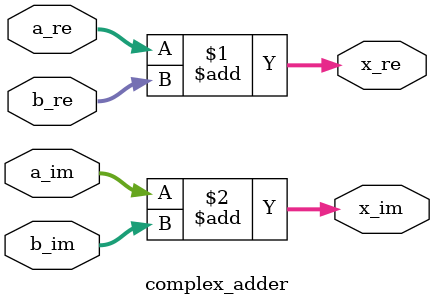
<source format=v>
`timescale 1ns / 1ps

module complex_adder(
    input  signed [15:0] a_re, a_im,
    input  signed [15:0] b_re, b_im,
    output signed [15:0] x_re, x_im
);
    assign x_re = a_re + b_re;
    assign x_im = a_im + b_im;
endmodule


</source>
